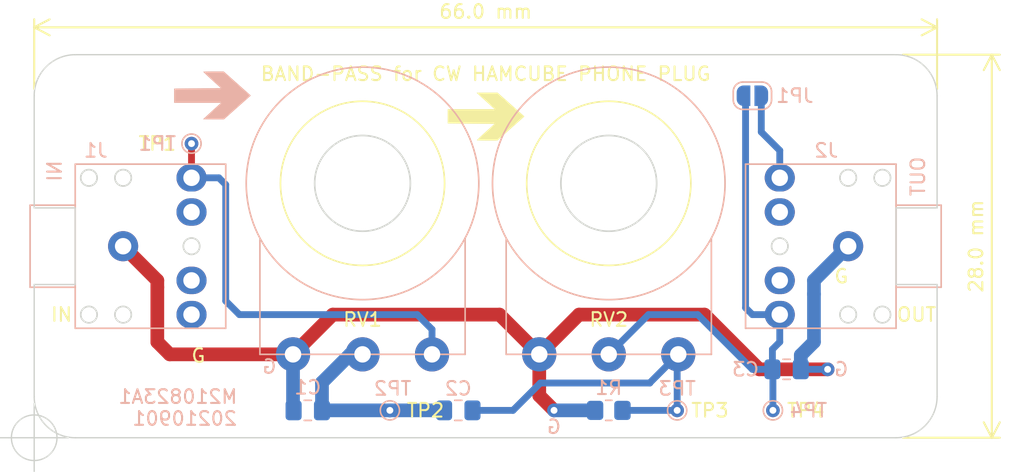
<source format=kicad_pcb>
(kicad_pcb (version 20210824) (generator pcbnew)
  (layers (0 "F.Cu" signal) (31 "B.Cu" signal) (34 "B.Paste" user) (35 "F.Paste" user) (36 "B.SilkS" user "B.Silkscreen") (37 "F.SilkS" user "F.Silkscreen") (38 "B.Mask" user) (39 "F.Mask" user) (44 "Edge.Cuts" user))
  (net 0 "")
  (net 1 "/A")
  (net 2 "GND")
  (net 3 "/B")
  (net 4 "/OUT")
  (net 7 "/IN")
  (net 9 "/OUT_R")
  (footprint "MountingHole:MountingHole_2.7mm_M2.5" (layer "F.Cu") (at 163 97)
    (fp_text reference "H1" (at 0 0 90) (layer "F.SilkS"))
    (fp_text value "MountingHole")
    (pad "" np_thru_hole circle locked (at 0 0) (size 2.7 2.7) (drill 2.7) (layers *.Cu *.Mask))
  )
  (footprint "pcblib_new599 Library:POT_SINGLE_WH148" (layer "F.Cu") (at 142 93.905)
    (fp_text reference "RV2" (at 0 -2.54 unlocked) (layer "F.SilkS"))
    (fp_text value "10K_WH148")
    (fp_line (start 7.5 0) (end 7.5 -8.509) (layer "B.SilkS") (width 0.12))
    (fp_line (start -7.5 0) (end 7.5 0) (layer "B.SilkS") (width 0.12))
    (fp_line (start -7.5 0) (end -7.5 -8.382) (layer "B.SilkS") (width 0.12))
    (fp_circle (center 0 -12.5) (end 8.5 -12.5) (layer "B.SilkS") (width 0.12) (fill none))
    (fp_circle (center 0 -12.5) (end 6 -12.5) (layer "F.SilkS") (width 0.12) (fill none))
    (fp_circle (center 0 -12.5) (end 3.5 -12.5) (layer "Edge.Cuts") (width 0.12) (fill none))
    (pad "1" thru_hole circle (at -5.08 0) (size 2.5 2.5) (drill 1.2) (layers *.Cu *.Mask) (net 2 "GND"))
    (pad "2" thru_hole circle (at 0 0) (size 2.5 2.5) (drill 1.2) (layers *.Cu *.Mask) (net 4 "/OUT"))
    (pad "3" thru_hole circle (at 5.08 0) (size 2.5 2.5) (drill 1.2) (layers *.Cu *.Mask) (net 3 "/B"))
  )
  (footprint "pcblib_new599 Library:POT_SINGLE_WH148" (layer "F.Cu") (at 124 93.905)
    (fp_text reference "RV1" (at 0 -2.54 unlocked) (layer "F.SilkS"))
    (fp_text value "10K_WH148")
    (fp_line (start -7.5 0) (end -7.5 -8.382) (layer "B.SilkS") (width 0.12))
    (fp_line (start 7.5 0) (end 7.5 -8.509) (layer "B.SilkS") (width 0.12))
    (fp_line (start -7.5 0) (end 7.5 0) (layer "B.SilkS") (width 0.12))
    (fp_circle (center 0 -12.5) (end 8.5 -12.5) (layer "B.SilkS") (width 0.12) (fill none))
    (fp_circle (center 0 -12.5) (end 6 -12.5) (layer "F.SilkS") (width 0.12) (fill none))
    (fp_circle (center 0 -12.5) (end 3.5 -12.5) (layer "Edge.Cuts") (width 0.12) (fill none))
    (pad "1" thru_hole circle (at -5.08 0) (size 2.5 2.5) (drill 1.2) (layers *.Cu *.Mask) (net 2 "GND"))
    (pad "2" thru_hole circle (at 0 0) (size 2.5 2.5) (drill 1.2) (layers *.Cu *.Mask) (net 1 "/A"))
    (pad "3" thru_hole circle (at 5.08 0) (size 2.5 2.5) (drill 1.2) (layers *.Cu *.Mask) (net 7 "/IN"))
  )
  (footprint "MountingHole:MountingHole_2.7mm_M2.5" (layer "F.Cu") (at 103 75)
    (fp_text reference "H3" (at 0 0.2) (layer "F.SilkS"))
    (fp_text value "MountingHole")
    (pad "" np_thru_hole circle locked (at 0 0) (size 2.7 2.7) (drill 2.7) (layers *.Cu *.Mask))
  )
  (footprint "MountingHole:MountingHole_2.7mm_M2.5" (layer "F.Cu") (at 163 75)
    (fp_text reference "H4" (at 0 0) (layer "F.SilkS"))
    (fp_text value "MountingHole")
    (pad "" np_thru_hole circle locked (at 0 0) (size 2.7 2.7) (drill 2.7) (layers *.Cu *.Mask))
  )
  (footprint "MountingHole:MountingHole_2.7mm_M2.5" (layer "F.Cu") (at 103 97)
    (fp_text reference "H2" (at 0 0) (layer "F.SilkS"))
    (fp_text value "MountingHole")
    (pad "" np_thru_hole circle locked (at 0 0) (size 2.7 2.7) (drill 2.7) (layers *.Cu *.Mask))
  )
  (footprint "pcblib_new599 Library:ARROW_6x4.5" (layer "F.Cu") (at 133 76.5 180)
    (fp_text reference "G***" hide)
    (fp_text value "LOGO" hide)
    (fp_poly (pts (xy 0.07467 -1.778111) (xy 0.242478 -1.776409) (xy 0.388914 -1.773755) (xy 0.508195 -1.770298) (xy 0.594537 -1.766189) (xy 0.642157 -1.761577) (xy 0.649658 -1.759099) (xy 0.635466 -1.739289) (xy 0.589764 -1.691429) (xy 0.516348 -1.619145) (xy 0.419012 -1.526063) (xy 0.301551 -1.415809) (xy 0.16776 -1.29201) (xy 0.021434 -1.158292) (xy 0.01055 -1.148408) (xy -0.640679 -0.55733) (xy 1.061126 -0.545079) (xy 1.340709 -0.542992) (xy 1.606144 -0.540865) (xy 1.853665 -0.538739) (xy 2.079505 -0.536651) (xy 2.279901 -0.534642) (xy 2.451085 -0.532751) (xy 2.589293 -0.531016) (xy 2.690758 -0.529478) (xy 2.751716 -0.528175) (xy 2.768861 -0.527292) (xy 2.770585 -0.503042) (xy 2.772112 -0.438225) (xy 2.773365 -0.339707) (xy 2.774266 -0.214354) (xy 2.774738 -0.06903) (xy 2.77479 0) (xy 2.77479 0.521755) (xy -0.652194 0.521813) (xy -0.590667 0.575146) (xy -0.53941 0.620368) (xy -0.463241 0.688622) (xy -0.366919 0.775555) (xy -0.255203 0.876816) (xy -0.132855 0.988056) (xy -0.004632 1.104924) (xy 0.124704 1.223067) (xy 0.250394 1.338137) (xy 0.367678 1.445781) (xy 0.471797 1.54165) (xy 0.55799 1.621391) (xy 0.621499 1.680656) (xy 0.657563 1.715092) (xy 0.664052 1.722059) (xy 0.641266 1.724285) (xy 0.576626 1.726318) (xy 0.475712 1.72809) (xy 0.344102 1.729535) (xy 0.187375 1.730586) (xy 0.01111 1.731175) (xy -0.104166 1.731279) (xy -0.872384 1.731279) (xy -1.855217 0.858703) (xy -2.838051 -0.013873) (xy -0.854991 -1.778711) (xy -0.108727 -1.778711)) (layer "F.SilkS") (width 0) (fill solid))
  )
  (footprint "Capacitor_SMD:C_0805_2012Metric_Pad1.18x1.45mm_HandSolder" (layer "B.Cu") (at 120 98 180)
    (fp_text reference "C1" (at 0 1.68) (layer "B.SilkS") (effects (justify mirror)))
    (fp_text value "0805,100n,10%,X7R")
    (fp_line (start -0.261252 0.735) (end 0.261252 0.735) (layer "B.SilkS") (width 0.12))
    (fp_line (start -0.261252 -0.735) (end 0.261252 -0.735) (layer "B.SilkS") (width 0.12))
    (pad "1" smd roundrect locked (at -1.0375 0 180) (size 1.175 1.45) (layers "B.Cu" "B.Paste" "B.Mask") (roundrect_rratio 0.212766) (net 1 "/A"))
    (pad "2" smd roundrect locked (at 1.0375 0 180) (size 1.175 1.45) (layers "B.Cu" "B.Paste" "B.Mask") (roundrect_rratio 0.212766) (net 2 "GND"))
  )
  (footprint "pcblib_new599 Library:AUDIOJACK_3F07_3.5" (layer "B.Cu") (at 106.5 86 90)
    (fp_text reference "J1" (at 7 -2 unlocked) (layer "B.SilkS") (effects (justify mirror)))
    (fp_text value "3F07_3.5mm")
    (fp_line (start -3 -6.8) (end -3 -3.5) (layer "B.SilkS") (width 0.12))
    (fp_line (start -6 -3.5) (end 6 -3.5) (layer "B.SilkS") (width 0.12))
    (fp_line (start 3 -6.8) (end 3 -3.5) (layer "B.SilkS") (width 0.12))
    (fp_line (start 6 -3.5) (end 6 7.5) (layer "B.SilkS") (width 0.12))
    (fp_line (start -6 7.5) (end 6 7.5) (layer "B.SilkS") (width 0.12))
    (fp_line (start -6 -3.5) (end -6 7.5) (layer "B.SilkS") (width 0.12))
    (fp_line (start -3 -6.8) (end 3 -6.8) (layer "B.SilkS") (width 0.12))
    (fp_circle (center -5 -2.5) (end -4.4 -2.5) (layer "Edge.Cuts") (width 0.12) (fill none))
    (fp_circle (center -5 0) (end -4.4 0) (layer "Edge.Cuts") (width 0.12) (fill none))
    (fp_circle (center 5 -2.5) (end 5.6 -2.5) (layer "Edge.Cuts") (width 0.12) (fill none))
    (fp_circle (center 5 0) (end 5.6 0) (layer "Edge.Cuts") (width 0.12) (fill none))
    (fp_circle (center 0 5) (end 0.6 5) (layer "Edge.Cuts") (width 0.12) (fill none))
    (pad "R" thru_hole oval (at -5 5 90) (size 2 2.2) (drill 1.2) (layers *.Cu *.Mask))
    (pad "RN" thru_hole oval (at -2.5 5 90) (size 2 2.2) (drill 1.2) (layers *.Cu *.Mask))
    (pad "S" thru_hole circle (at 0 0 90) (size 2.2 2.2) (drill 1.2) (layers *.Cu *.Mask) (net 2 "GND"))
    (pad "T" thru_hole oval (at 5 5 90) (size 2 2.2) (drill 1.2) (layers *.Cu *.Mask) (net 7 "/IN"))
    (pad "TN" thru_hole oval (at 2.5 5 90) (size 2 2.2) (drill 1.2) (layers *.Cu *.Mask))
  )
  (footprint "TestPoint:TestPoint_THTPad_D1.0mm_Drill0.5mm" (layer "B.Cu") (at 147 98 180)
    (fp_text reference "TP3" (at 0 1.6) (layer "B.SilkS") (effects (justify mirror)))
    (fp_text value "TestPoint")
    (fp_circle (center 0 0) (end 0 -0.7) (layer "B.SilkS") (width 0.12) (fill none))
    (pad "1" thru_hole circle locked (at 0 0 180) (size 1 1) (drill 0.5) (layers *.Cu *.Mask) (net 3 "/B"))
  )
  (footprint "Capacitor_SMD:C_0805_2012Metric_Pad1.18x1.45mm_HandSolder" (layer "B.Cu") (at 131 98)
    (fp_text reference "C2" (at 0 -1.6) (layer "B.SilkS") (effects (justify mirror)))
    (fp_text value "0805,100n,10%,X7R")
    (fp_line (start -0.261252 0.735) (end 0.261252 0.735) (layer "B.SilkS") (width 0.12))
    (fp_line (start -0.261252 -0.735) (end 0.261252 -0.735) (layer "B.SilkS") (width 0.12))
    (pad "1" smd roundrect locked (at -1.0375 0) (size 1.175 1.45) (layers "B.Cu" "B.Paste" "B.Mask") (roundrect_rratio 0.212766) (net 1 "/A"))
    (pad "2" smd roundrect locked (at 1.0375 0) (size 1.175 1.45) (layers "B.Cu" "B.Paste" "B.Mask") (roundrect_rratio 0.212766) (net 3 "/B"))
  )
  (footprint "TestPoint:TestPoint_THTPad_D1.0mm_Drill0.5mm" (layer "B.Cu") (at 111.5 78.5 180)
    (fp_text reference "TP1" (at 2.5 0) (layer "B.SilkS") (effects (justify mirror)))
    (fp_text value "TestPoint")
    (fp_circle (center 0 0) (end 0 -0.7) (layer "B.SilkS") (width 0.12) (fill none))
    (pad "1" thru_hole circle locked (at 0 0 180) (size 1 1) (drill 0.5) (layers *.Cu *.Mask) (net 7 "/IN"))
  )
  (footprint "Capacitor_SMD:C_0805_2012Metric_Pad1.18x1.45mm_HandSolder" (layer "B.Cu") (at 155 95 180)
    (fp_text reference "C3" (at 3 0) (layer "B.SilkS") (effects (justify mirror)))
    (fp_text value "0805,100n,10%,X7R")
    (fp_line (start -0.261252 0.735) (end 0.261252 0.735) (layer "B.SilkS") (width 0.12))
    (fp_line (start -0.261252 -0.735) (end 0.261252 -0.735) (layer "B.SilkS") (width 0.12))
    (pad "1" smd roundrect locked (at -1.0375 0 180) (size 1.175 1.45) (layers "B.Cu" "B.Paste" "B.Mask") (roundrect_rratio 0.212766) (net 2 "GND"))
    (pad "2" smd roundrect locked (at 1.0375 0 180) (size 1.175 1.45) (layers "B.Cu" "B.Paste" "B.Mask") (roundrect_rratio 0.212766) (net 4 "/OUT"))
  )
  (footprint "TestPoint:TestPoint_THTPad_D1.0mm_Drill0.5mm" (layer "B.Cu") (at 126 98 180)
    (fp_text reference "TP2" (at -0.2 1.6) (layer "B.SilkS") (effects (justify mirror)))
    (fp_text value "TestPoint")
    (fp_circle (center 0 0) (end 0 -0.7) (layer "B.SilkS") (width 0.12) (fill none))
    (pad "1" thru_hole circle locked (at 0 0 180) (size 1 1) (drill 0.5) (layers *.Cu *.Mask) (net 1 "/A"))
  )
  (footprint "Resistor_SMD:R_0805_2012Metric_Pad1.20x1.40mm_HandSolder" (layer "B.Cu") (at 142 98 180)
    (fp_text reference "R1" (at 0 1.65) (layer "B.SilkS") (effects (justify mirror)))
    (fp_text value "0805,10K")
    (fp_line (start -0.227064 -0.735) (end 0.227064 -0.735) (layer "B.SilkS") (width 0.12))
    (fp_line (start -0.227064 0.735) (end 0.227064 0.735) (layer "B.SilkS") (width 0.12))
    (pad "1" smd roundrect locked (at -1 0 180) (size 1.2 1.4) (layers "B.Cu" "B.Paste" "B.Mask") (roundrect_rratio 0.208333) (net 3 "/B"))
    (pad "2" smd roundrect locked (at 1 0 180) (size 1.2 1.4) (layers "B.Cu" "B.Paste" "B.Mask") (roundrect_rratio 0.208333) (net 2 "GND"))
  )
  (footprint "Jumper:SolderJumper-2_P1.3mm_Open_RoundedPad1.0x1.5mm" (layer "B.Cu") (at 152.5 75)
    (fp_text reference "JP1" (at 3.1 0) (layer "B.SilkS") (effects (justify mirror)))
    (fp_text value "STEREO-RIGHT")
    (fp_line (start 1.4 0.3) (end 1.4 -0.3) (layer "B.SilkS") (width 0.12))
    (fp_line (start 0.7 -1) (end -0.7 -1) (layer "B.SilkS") (width 0.12))
    (fp_line (start -1.4 -0.3) (end -1.4 0.3) (layer "B.SilkS") (width 0.12))
    (fp_line (start -0.7 1) (end 0.7 1) (layer "B.SilkS") (width 0.12))
    (fp_arc (start -0.7 -0.3) (end -1.4 -0.3) (angle 90) (layer "B.SilkS") (width 0.12))
    (fp_arc (start 0.7 -0.3) (end 0.7 -1) (angle 90) (layer "B.SilkS") (width 0.12))
    (fp_arc (start 0.7 0.3) (end 1.4 0.3) (angle 90) (layer "B.SilkS") (width 0.12))
    (fp_arc (start -0.7 0.3) (end -0.7 1) (angle 90) (layer "B.SilkS") (width 0.12))
    (pad "1" smd custom locked (at -0.65 0) (size 1 0.5) (layers "B.Cu" "B.Mask") (net 4 "/OUT") (options (clearance outline) (anchor rect)) (primitives (gr_circle (center 0 -0.25) (end 0.5 -0.25) (width 0) (fill yes)) (gr_circle (center 0 0.25) (end 0.5 0.25) (width 0) (fill yes)) (gr_poly (pts (xy 0.5 -0.75) (xy 0 -0.75) (xy 0 0.75) (xy 0.5 0.75)) (width 0) (fill yes))))
    (pad "2" smd custom locked (at 0.65 0) (size 1 0.5) (layers "B.Cu" "B.Mask") (net 9 "/OUT_R") (options (clearance outline) (anchor rect)) (primitives (gr_circle (center 0 -0.25) (end 0.5 -0.25) (width 0) (fill yes)) (gr_circle (center 0 0.25) (end 0.5 0.25) (width 0) (fill yes)) (gr_poly (pts (xy 0 -0.75) (xy -0.5 -0.75) (xy -0.5 0.75) (xy 0 0.75)) (width 0) (fill yes))))
  )
  (footprint "pcblib_new599 Library:ARROW_6x4.5" (layer "B.Cu") (at 113 75 180)
    (fp_text reference "G***" hide)
    (fp_text value "LOGO" hide)
    (fp_poly (pts (xy 0.07467 1.778111) (xy 0.242478 1.776409) (xy 0.388914 1.773755) (xy 0.508195 1.770298) (xy 0.594537 1.766189) (xy 0.642157 1.761577) (xy 0.649658 1.759099) (xy 0.635466 1.739289) (xy 0.589764 1.691429) (xy 0.516348 1.619145) (xy 0.419012 1.526063) (xy 0.301551 1.415809) (xy 0.16776 1.29201) (xy 0.021434 1.158292) (xy 0.01055 1.148408) (xy -0.640679 0.55733) (xy 1.061126 0.545079) (xy 1.340709 0.542992) (xy 1.606144 0.540865) (xy 1.853665 0.538739) (xy 2.079505 0.536651) (xy 2.279901 0.534642) (xy 2.451085 0.532751) (xy 2.589293 0.531016) (xy 2.690758 0.529478) (xy 2.751716 0.528175) (xy 2.768861 0.527292) (xy 2.770585 0.503042) (xy 2.772112 0.438225) (xy 2.773365 0.339707) (xy 2.774266 0.214354) (xy 2.774738 0.06903) (xy 2.77479 0) (xy 2.77479 -0.521755) (xy -0.652194 -0.521813) (xy -0.590667 -0.575146) (xy -0.53941 -0.620368) (xy -0.463241 -0.688622) (xy -0.366919 -0.775555) (xy -0.255203 -0.876816) (xy -0.132855 -0.988056) (xy -0.004632 -1.104924) (xy 0.124704 -1.223067) (xy 0.250394 -1.338137) (xy 0.367678 -1.445781) (xy 0.471797 -1.54165) (xy 0.55799 -1.621391) (xy 0.621499 -1.680656) (xy 0.657563 -1.715092) (xy 0.664052 -1.722059) (xy 0.641266 -1.724285) (xy 0.576626 -1.726318) (xy 0.475712 -1.72809) (xy 0.344102 -1.729535) (xy 0.187375 -1.730586) (xy 0.01111 -1.731175) (xy -0.104166 -1.731279) (xy -0.872384 -1.731279) (xy -1.855217 -0.858703) (xy -2.838051 0.013873) (xy -0.854991 1.778711) (xy -0.108727 1.778711)) (layer "B.SilkS") (width 0) (fill solid))
  )
  (footprint "TestPoint:TestPoint_THTPad_D1.0mm_Drill0.5mm" (layer "B.Cu") (at 154 98 180)
    (fp_text reference "TP4" (at -2.6 0) (layer "B.SilkS") (effects (justify mirror)))
    (fp_text value "TestPoint")
    (fp_circle (center 0 0) (end 0 -0.7) (layer "B.SilkS") (width 0.12) (fill none))
    (pad "1" thru_hole circle locked (at 0 0 180) (size 1 1) (drill 0.5) (layers *.Cu *.Mask) (net 4 "/OUT"))
  )
  (footprint "pcblib_new599 Library:AUDIOJACK_3F07_3.5" (layer "B.Cu") (at 159.5 86 -90)
    (fp_text reference "J2" (at -7 1.6 unlocked) (layer "B.SilkS") (effects (justify mirror)))
    (fp_text value "3F07_3.5mm")
    (fp_line (start 6 -3.5) (end 6 7.5) (layer "B.SilkS") (width 0.12))
    (fp_line (start -6 7.5) (end 6 7.5) (layer "B.SilkS") (width 0.12))
    (fp_line (start -3 -6.8) (end -3 -3.5) (layer "B.SilkS") (width 0.12))
    (fp_line (start -6 -3.5) (end 6 -3.5) (layer "B.SilkS") (width 0.12))
    (fp_line (start 3 -6.8) (end 3 -3.5) (layer "B.SilkS") (width 0.12))
    (fp_line (start -3 -6.8) (end 3 -6.8) (layer "B.SilkS") (width 0.12))
    (fp_line (start -6 -3.5) (end -6 7.5) (layer "B.SilkS") (width 0.12))
    (fp_circle (center 5 -2.5) (end 5.6 -2.5) (layer "Edge.Cuts") (width 0.12) (fill none))
    (fp_circle (center 5 0) (end 5.6 0) (layer "Edge.Cuts") (width 0.12) (fill none))
    (fp_circle (center -5 0) (end -4.4 0) (layer "Edge.Cuts") (width 0.12) (fill none))
    (fp_circle (center 0 5) (end 0.6 5) (layer "Edge.Cuts") (width 0.12) (fill none))
    (fp_circle (center -5 -2.5) (end -4.4 -2.5) (layer "Edge.Cuts") (width 0.12) (fill none))
    (pad "R" thru_hole oval (at -5 5 270) (size 2 2.2) (drill 1.2) (layers *.Cu *.Mask) (net 9 "/OUT_R"))
    (pad "RN" thru_hole oval (at -2.5 5 270) (size 2 2.2) (drill 1.2) (layers *.Cu *.Mask))
    (pad "S" thru_hole circle (at 0 0 270) (size 2.2 2.2) (drill 1.2) (layers *.Cu *.Mask) (net 2 "GND"))
    (pad "T" thru_hole oval (at 5 5 270) (size 2 2.2) (drill 1.2) (layers *.Cu *.Mask) (net 4 "/OUT"))
    (pad "TN" thru_hole oval (at 2.5 5 270) (size 2 2.2) (drill 1.2) (layers *.Cu *.Mask))
  )
  (gr_arc (start 163 75) (end 163 72) (angle 90) (layer "Edge.Cuts") (width 0.1))
  (gr_line (start 100 83.2) (end 100 75) (layer "Edge.Cuts") (width 0.1))
  (gr_line (start 103 83.2) (end 103 88.8) (layer "Edge.Cuts") (width 0.1))
  (gr_line (start 166 83.2) (end 166 75) (layer "Edge.Cuts") (width 0.1))
  (gr_arc (start 103 75) (end 103 72) (angle -90) (layer "Edge.Cuts") (width 0.1))
  (gr_line (start 163 83.2) (end 163 88.8) (layer "Edge.Cuts") (width 0.1))
  (gr_line (start 163 88.8) (end 166 88.8) (layer "Edge.Cuts") (width 0.1))
  (gr_line (start 166 83.2) (end 163 83.2) (layer "Edge.Cuts") (width 0.1))
  (gr_line (start 103 100) (end 163 100) (layer "Edge.Cuts") (width 0.1))
  (gr_line (start 103 88.8) (end 100 88.8) (layer "Edge.Cuts") (width 0.1))
  (gr_line (start 100 88.8) (end 100 97) (layer "Edge.Cuts") (width 0.1))
  (gr_line (start 100 83.2) (end 103 83.2) (layer "Edge.Cuts") (width 0.1))
  (gr_arc (start 103 97) (end 103 100) (angle 90) (layer "Edge.Cuts") (width 0.1))
  (gr_line (start 163 72) (end 103 72) (layer "Edge.Cuts") (width 0.1))
  (gr_line (start 166 88.8) (end 166 97) (layer "Edge.Cuts") (width 0.1))
  (gr_arc (start 163 97) (end 163 100) (angle -90) (layer "Edge.Cuts") (width 0.1))
  (gr_text "M210823A1" (at 110.5 97) (layer "B.SilkS") (effects (font (size 1 1)) (justify mirror)))
  (gr_text "G" (at 117.2 94.8) (layer "B.SilkS") (effects (font (size 1 1)) (justify mirror)))
  (gr_text "OUT" (at 164.6 80.9 90) (layer "B.SilkS") (effects (font (size 1 1)) (justify mirror)))
  (gr_text "IN" (at 101.4 80.5 270) (layer "B.SilkS") (effects (font (size 1 1)) (justify mirror)))
  (gr_text "G" (at 138 99.2) (layer "B.SilkS") (effects (font (size 1 1)) (justify mirror)))
  (gr_text "20210901" (at 111 98.6) (layer "B.SilkS") (effects (font (size 1 1)) (justify mirror)))
  (gr_text "G" (at 159 95) (layer "B.SilkS") (effects (font (size 1 1)) (justify mirror)))
  (gr_text "TP2" (at 128.6 98) (layer "F.SilkS") (effects (font (size 1 1))))
  (gr_text "IN" (at 102 91) (layer "F.SilkS") (effects (font (size 1 1))))
  (gr_text "BAND-PASS for CW HAMCUBE PHONE PLUG" (at 133 73.4) (layer "F.SilkS") (effects (font (size 1 1))))
  (gr_text "TP4" (at 156.4 98) (layer "F.SilkS") (effects (font (size 1 1))))
  (gr_text "TP3" (at 149.4 98) (layer "F.SilkS") (effects (font (size 1 1))))
  (gr_text "OUT" (at 164.5 91) (layer "F.SilkS") (effects (font (size 1 1))))
  (gr_text "TP1" (at 109 78.5) (layer "F.SilkS") (effects (font (size 1 1))))
  (gr_text "G" (at 159 88.2) (layer "F.SilkS") (effects (font (size 1 1))))
  (gr_text "G" (at 112 94) (layer "F.SilkS") (effects (font (size 1 1))))
  (dimension (type aligned) (layer "F.SilkS") (pts (xy 163 72) (xy 163 100)) (height -7) (gr_text "28.0 mm" (at 168.85 86 90) (layer "F.SilkS") (effects (font (size 1 1) (thickness 0.15)))) (format (units 3) (units_format 1) (precision 1)) (style (thickness 0.15) (arrow_length 1.27) (text_position_mode 0) (extension_height 0.58642) (extension_offset 0.5) keep_text_aligned))
  (dimension (type aligned) (layer "F.SilkS") (pts (xy 100 75) (xy 166 75)) (height -5) (gr_text "66.0 mm" (at 133 68.85) (layer "F.SilkS") (effects (font (size 1 1) (thickness 0.15)))) (format (units 3) (units_format 1) (precision 1)) (style (thickness 0.15) (arrow_length 1.27) (text_position_mode 0) (extension_height 0.58642) (extension_offset 0.5) keep_text_aligned))
  (target plus (at 100 100) (size 5) (width 0.1) (layer "Edge.Cuts"))
  (segment (start 124 93.905) (end 123.095 93.905) (width 1) (layer "B.Cu") (net 1))
  (segment (start 123.095 93.905) (end 121.0375 95.9625) (width 1) (layer "B.Cu") (net 1))
  (segment (start 121.0375 98) (end 126 98) (width 1) (layer "B.Cu") (net 1))
  (segment (start 121.0375 95.9625) (end 121.0375 98) (width 1) (layer "B.Cu") (net 1))
  (segment (start 126 98) (end 129.9625 98) (width 1) (layer "B.Cu") (net 1))
  (segment (start 134.015 91) (end 136.92 93.905) (width 1) (layer "F.Cu") (net 2))
  (segment (start 136.92 93.905) (end 136.92 96.92) (width 1) (layer "F.Cu") (net 2))
  (segment (start 149 91) (end 153 95) (width 1) (layer "F.Cu") (net 2))
  (segment (start 109 89) (end 109 93) (width 1) (layer "F.Cu") (net 2))
  (segment (start 136.92 93.905) (end 139.825 91) (width 1) (layer "F.Cu") (net 2))
  (segment (start 118.92 93.905) (end 121.825 91) (width 1) (layer "F.Cu") (net 2))
  (segment (start 121.825 91) (end 134.015 91) (width 1) (layer "F.Cu") (net 2))
  (segment (start 139.825 91) (end 149 91) (width 1) (layer "F.Cu") (net 2))
  (segment (start 106.5 86) (end 109 88.5) (width 1) (layer "F.Cu") (net 2))
  (segment (start 109 93) (end 109.905 93.905) (width 1) (layer "F.Cu") (net 2))
  (segment (start 109.905 93.905) (end 118.92 93.905) (width 1) (layer "F.Cu") (net 2))
  (segment (start 136.92 96.92) (end 138 98) (width 1) (layer "F.Cu") (net 2))
  (segment (start 153 95) (end 158 95) (width 1) (layer "F.Cu") (net 2))
  (segment (start 109 88.5) (end 109 89) (width 1) (layer "F.Cu") (net 2))
  (via (at 138 98) (size 1) (drill 0.5) (layers "F.Cu" "B.Cu") (net 2))
  (via (at 158 95) (size 1) (drill 0.5) (layers "F.Cu" "B.Cu") (net 2))
  (segment (start 157 89.5) (end 157 93) (width 1) (layer "B.Cu") (net 2))
  (segment (start 156.0375 93.9625) (end 156.0375 95) (width 1) (layer "B.Cu") (net 2))
  (segment (start 138 98) (end 141 98) (width 1) (layer "B.Cu") (net 2))
  (segment (start 157 93) (end 156.0375 93.9625) (width 1) (layer "B.Cu") (net 2))
  (segment (start 118.92 93.905) (end 118.92 97.9575) (width 1) (layer "B.Cu") (net 2))
  (segment (start 156.0375 95) (end 158 95) (width 0.5) (layer "B.Cu") (net 2))
  (segment (start 118.92 97.9575) (end 118.9625 98) (width 1) (layer "B.Cu") (net 2))
  (segment (start 157 88.5) (end 157 89.5) (width 1) (layer "B.Cu") (net 2))
  (segment (start 159.5 86) (end 157 88.5) (width 1) (layer "B.Cu") (net 2))
  (segment (start 132.0375 98) (end 135 98) (width 0.5) (layer "B.Cu") (net 3))
  (segment (start 145 95.985) (end 147.08 93.905) (width 0.5) (layer "B.Cu") (net 3))
  (segment (start 147 93.985) (end 147.08 93.905) (width 0.5) (layer "B.Cu") (net 3))
  (segment (start 135 98) (end 137 96) (width 0.5) (layer "B.Cu") (net 3))
  (segment (start 145 96) (end 145 95.985) (width 0.5) (layer "B.Cu") (net 3))
  (segment (start 143 98) (end 147 98) (width 0.5) (layer "B.Cu") (net 3))
  (segment (start 147 98) (end 147 93.985) (width 0.5) (layer "B.Cu") (net 3))
  (segment (start 137 96) (end 145 96) (width 0.5) (layer "B.Cu") (net 3))
  (segment (start 144.905 91) (end 148.5 91) (width 0.5) (layer "B.Cu") (net 4))
  (segment (start 154 95.0375) (end 153.9625 95) (width 0.5) (layer "B.Cu") (net 4))
  (segment (start 154.5 91) (end 154.5 93) (width 0.5) (layer "B.Cu") (net 4))
  (segment (start 152 75.5) (end 152 90.5) (width 0.5) (layer "B.Cu") (net 4))
  (segment (start 153.9625 93.5375) (end 154.5 93) (width 0.5) (layer "B.Cu") (net 4))
  (segment (start 142 93.905) (end 144.905 91) (width 0.5) (layer "B.Cu") (net 4))
  (segment (start 154.5 91) (end 152.5 91) (width 0.5) (layer "B.Cu") (net 4))
  (segment (start 148.5 91) (end 152.5 95) (width 0.5) (layer "B.Cu") (net 4))
  (segment (start 153.9625 95) (end 153.9625 93.5375) (width 0.5) (layer "B.Cu") (net 4))
  (segment (start 151.85 75) (end 151.85 75.35) (width 0.5) (layer "B.Cu") (net 4))
  (segment (start 154 98) (end 154 95.0375) (width 0.5) (layer "B.Cu") (net 4))
  (segment (start 152.5 95) (end 153.9625 95) (width 0.5) (layer "B.Cu") (net 4))
  (segment (start 151.85 75.35) (end 152 75.5) (width 0.5) (layer "B.Cu") (net 4))
  (segment (start 152.5 91) (end 152 90.5) (width 0.5) (layer "B.Cu") (net 4))
  (segment (start 111.5 81) (end 111.5 78.5) (width 0.5) (layer "F.Cu") (net 7))
  (segment (start 115 91) (end 114 90) (width 0.5) (layer "B.Cu") (net 7))
  (segment (start 128 91) (end 115 91) (width 0.5) (layer "B.Cu") (net 7))
  (segment (start 114 81.5) (end 113.5 81) (width 0.5) (layer "B.Cu") (net 7))
  (segment (start 114 90) (end 114 81.5) (width 0.5) (layer "B.Cu") (net 7))
  (segment (start 113.5 81) (end 112 81) (width 0.5) (layer "B.Cu") (net 7))
  (segment (start 129.08 93.905) (end 129.08 92.08) (width 0.5) (layer "B.Cu") (net 7))
  (segment (start 129.08 92.08) (end 128 91) (width 0.5) (layer "B.Cu") (net 7))
  (segment (start 153.15 75) (end 153.15 77.65) (width 0.5) (layer "B.Cu") (net 9))
  (segment (start 154.5 79) (end 154.5 81) (width 0.5) (layer "B.Cu") (net 9))
  (segment (start 154.5 79) (end 153.15 77.65) (width 0.5) (layer "B.Cu") (net 9))
)
</source>
